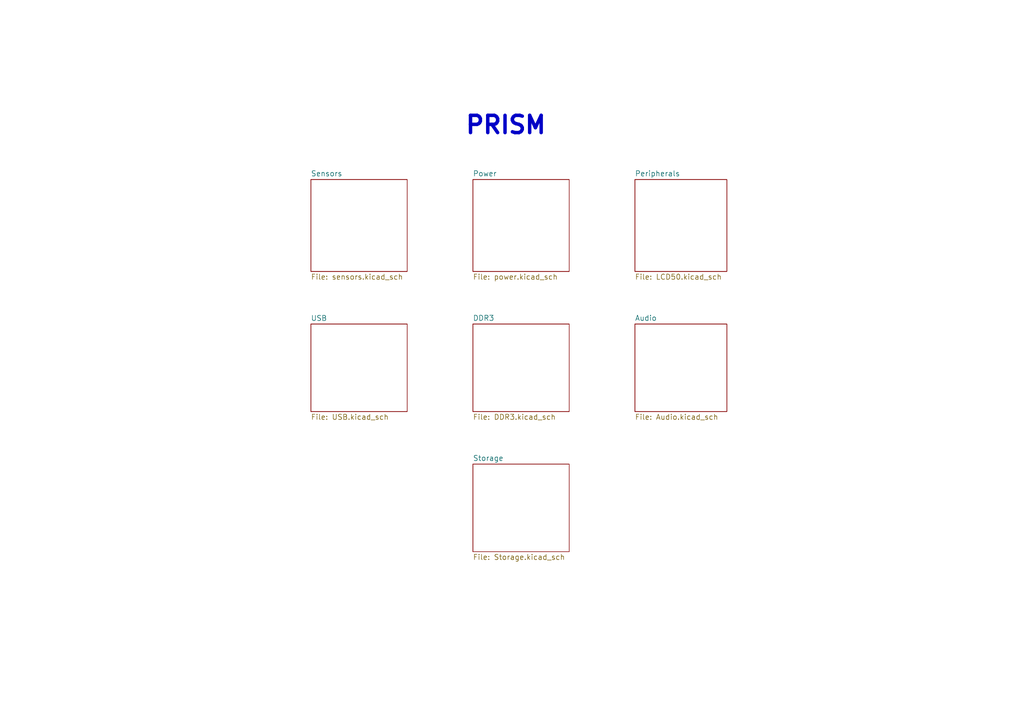
<source format=kicad_sch>
(kicad_sch
	(version 20231120)
	(generator "eeschema")
	(generator_version "8.0")
	(uuid "0cf42e13-7c72-4f5f-898b-a3f851b94890")
	(paper "A4")
	(lib_symbols)
	(text "PRISM"
		(exclude_from_sim no)
		(at 134.62 39.37 0)
		(effects
			(font
				(size 5.0038 5.0038)
				(thickness 1.0008)
				(bold yes)
			)
			(justify left bottom)
		)
		(uuid "e3637855-32d8-4616-83b9-5e692eff0bcc")
	)
	(sheet
		(at 137.16 52.07)
		(size 27.94 26.67)
		(fields_autoplaced yes)
		(stroke
			(width 0)
			(type solid)
		)
		(fill
			(color 0 0 0 0.0000)
		)
		(uuid "00000000-0000-0000-0000-000058508414")
		(property "Sheetname" "Power"
			(at 137.16 51.2314 0)
			(effects
				(font
					(size 1.524 1.524)
				)
				(justify left bottom)
			)
		)
		(property "Sheetfile" "power.kicad_sch"
			(at 137.16 79.4262 0)
			(effects
				(font
					(size 1.524 1.524)
				)
				(justify left top)
			)
		)
		(instances
			(project "DFTBoard"
				(path "/0cf42e13-7c72-4f5f-898b-a3f851b94890"
					(page "4")
				)
			)
		)
	)
	(sheet
		(at 184.15 93.98)
		(size 26.67 25.4)
		(fields_autoplaced yes)
		(stroke
			(width 0)
			(type solid)
		)
		(fill
			(color 0 0 0 0.0000)
		)
		(uuid "00000000-0000-0000-0000-000058508444")
		(property "Sheetname" "Audio"
			(at 184.15 93.1414 0)
			(effects
				(font
					(size 1.524 1.524)
				)
				(justify left bottom)
			)
		)
		(property "Sheetfile" "Audio.kicad_sch"
			(at 184.15 120.0662 0)
			(effects
				(font
					(size 1.524 1.524)
				)
				(justify left top)
			)
		)
		(instances
			(project "DFTBoard"
				(path "/0cf42e13-7c72-4f5f-898b-a3f851b94890"
					(page "8")
				)
			)
		)
	)
	(sheet
		(at 90.17 93.98)
		(size 27.94 25.4)
		(fields_autoplaced yes)
		(stroke
			(width 0)
			(type solid)
		)
		(fill
			(color 0 0 0 0.0000)
		)
		(uuid "00000000-0000-0000-0000-00005852a88e")
		(property "Sheetname" "USB"
			(at 90.17 93.1541 0)
			(effects
				(font
					(size 1.4986 1.4986)
				)
				(justify left bottom)
			)
		)
		(property "Sheetfile" "USB.kicad_sch"
			(at 90.17 120.0662 0)
			(effects
				(font
					(size 1.524 1.524)
				)
				(justify left top)
			)
		)
		(instances
			(project "DFTBoard"
				(path "/0cf42e13-7c72-4f5f-898b-a3f851b94890"
					(page "3")
				)
			)
		)
	)
	(sheet
		(at 90.17 52.07)
		(size 27.94 26.67)
		(fields_autoplaced yes)
		(stroke
			(width 0)
			(type solid)
		)
		(fill
			(color 0 0 0 0.0000)
		)
		(uuid "00000000-0000-0000-0000-00005852ff3b")
		(property "Sheetname" "Sensors"
			(at 90.17 51.2314 0)
			(effects
				(font
					(size 1.524 1.524)
				)
				(justify left bottom)
			)
		)
		(property "Sheetfile" "sensors.kicad_sch"
			(at 90.17 79.4262 0)
			(effects
				(font
					(size 1.524 1.524)
				)
				(justify left top)
			)
		)
		(instances
			(project "DFTBoard"
				(path "/0cf42e13-7c72-4f5f-898b-a3f851b94890"
					(page "2")
				)
			)
		)
	)
	(sheet
		(at 137.16 93.98)
		(size 27.94 25.4)
		(fields_autoplaced yes)
		(stroke
			(width 0)
			(type solid)
		)
		(fill
			(color 0 0 0 0.0000)
		)
		(uuid "00000000-0000-0000-0000-000058818a06")
		(property "Sheetname" "DDR3"
			(at 137.16 93.1414 0)
			(effects
				(font
					(size 1.524 1.524)
				)
				(justify left bottom)
			)
		)
		(property "Sheetfile" "DDR3.kicad_sch"
			(at 137.16 120.0662 0)
			(effects
				(font
					(size 1.524 1.524)
				)
				(justify left top)
			)
		)
		(instances
			(project "DFTBoard"
				(path "/0cf42e13-7c72-4f5f-898b-a3f851b94890"
					(page "5")
				)
			)
		)
	)
	(sheet
		(at 184.15 52.07)
		(size 26.67 26.67)
		(fields_autoplaced yes)
		(stroke
			(width 0)
			(type solid)
		)
		(fill
			(color 0 0 0 0.0000)
		)
		(uuid "00000000-0000-0000-0000-00005c7c62ae")
		(property "Sheetname" "Peripherals"
			(at 184.15 51.2314 0)
			(effects
				(font
					(size 1.524 1.524)
				)
				(justify left bottom)
			)
		)
		(property "Sheetfile" "LCD50.kicad_sch"
			(at 184.15 79.4262 0)
			(effects
				(font
					(size 1.524 1.524)
				)
				(justify left top)
			)
		)
		(instances
			(project "DFTBoard"
				(path "/0cf42e13-7c72-4f5f-898b-a3f851b94890"
					(page "7")
				)
			)
		)
	)
	(sheet
		(at 137.16 134.62)
		(size 27.94 25.4)
		(fields_autoplaced yes)
		(stroke
			(width 0)
			(type solid)
		)
		(fill
			(color 0 0 0 0.0000)
		)
		(uuid "00000000-0000-0000-0000-00005ca1abae")
		(property "Sheetname" "Storage"
			(at 137.16 133.7814 0)
			(effects
				(font
					(size 1.524 1.524)
				)
				(justify left bottom)
			)
		)
		(property "Sheetfile" "Storage.kicad_sch"
			(at 137.16 160.7062 0)
			(effects
				(font
					(size 1.524 1.524)
				)
				(justify left top)
			)
		)
		(instances
			(project "DFTBoard"
				(path "/0cf42e13-7c72-4f5f-898b-a3f851b94890"
					(page "6")
				)
			)
		)
	)
	(sheet_instances
		(path "/"
			(page "1")
		)
	)
)

</source>
